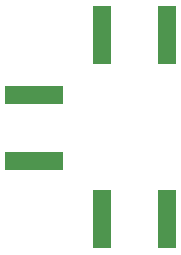
<source format=gbr>
%TF.GenerationSoftware,KiCad,Pcbnew,5.1.10-88a1d61d58~88~ubuntu18.04.1*%
%TF.CreationDate,2021-09-27T17:31:08+02:00*%
%TF.ProjectId,rf_phase_shifter_5_8GHz,72665f70-6861-4736-955f-736869667465,1.0.0*%
%TF.SameCoordinates,Original*%
%TF.FileFunction,Soldermask,Bot*%
%TF.FilePolarity,Negative*%
%FSLAX46Y46*%
G04 Gerber Fmt 4.6, Leading zero omitted, Abs format (unit mm)*
G04 Created by KiCad (PCBNEW 5.1.10-88a1d61d58~88~ubuntu18.04.1) date 2021-09-27 17:31:08*
%MOMM*%
%LPD*%
G01*
G04 APERTURE LIST*
%ADD10R,5.000000X1.600000*%
%ADD11R,1.600000X5.000000*%
G04 APERTURE END LIST*
D10*
%TO.C,J3*%
X75946000Y-61698000D03*
X75946000Y-56158000D03*
%TD*%
D11*
%TO.C,J2*%
X87225000Y-66654000D03*
X81685000Y-66654000D03*
%TD*%
%TO.C,J1*%
X81685000Y-51054000D03*
X87225000Y-51054000D03*
%TD*%
M02*

</source>
